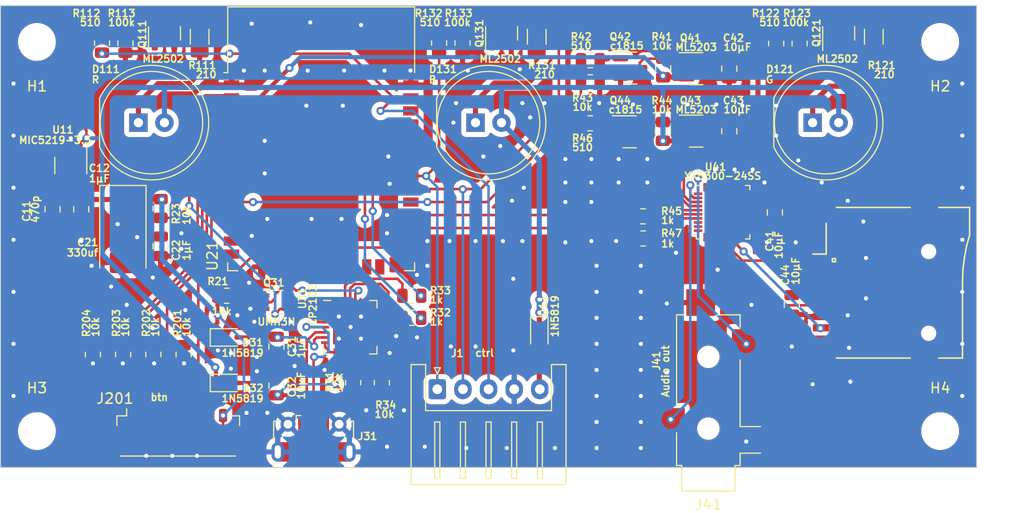
<source format=kicad_pcb>
(kicad_pcb (version 20221018) (generator pcbnew)
  (layers (0 "F.Cu" signal) (31 "B.Cu" signal) (34 "B.Paste" user) (35 "F.Paste" user) (36 "B.SilkS" user "B.Silkscreen") (37 "F.SilkS" user "F.Silkscreen") (38 "B.Mask" user) (39 "F.Mask" user) (44 "Edge.Cuts" user))
  (net 0 "")
  (net 1 "Net-(U11-BP)")
  (net 2 "GND")
  (net 3 "+3.3V")
  (net 4 "/s-en")
  (net 5 "Net-(D31-A)")
  (net 6 "Net-(D32-A)")
  (net 7 "Net-(U41-VCOM)")
  (net 8 "VSDCARD")
  (net 9 "Net-(Q43-D)")
  (net 10 "+5V")
  (net 11 "VCC")
  (net 12 "Net-(D111-K)")
  (net 13 "Net-(D121-K)")
  (net 14 "Net-(D131-K)")
  (net 15 "/led-b")
  (net 16 "/led-g")
  (net 17 "/led-r")
  (net 18 "Net-(J31-D-)")
  (net 19 "Net-(J31-D+)")
  (net 21 "Net-(U41-DACR)")
  (net 22 "Net-(U41-DACL)")
  (net 23 "/btn-r")
  (net 24 "/btn-b")
  (net 25 "/btn-y")
  (net 26 "/btn-g")
  (net 27 "Net-(Q31A-C1)")
  (net 28 "Net-(Q31A-B1)")
  (net 29 "/s-boot")
  (net 30 "Net-(Q41-G)")
  (net 31 "Net-(Q42-B)")
  (net 32 "Net-(Q43-G)")
  (net 33 "Net-(Q44-B)")
  (net 34 "Net-(Q111-G)")
  (net 35 "Net-(Q111-D)")
  (net 36 "Net-(Q121-G)")
  (net 37 "Net-(Q121-D)")
  (net 38 "Net-(Q131-G)")
  (net 39 "Net-(Q131-D)")
  (net 40 "Net-(U31-~{RST})")
  (net 41 "Net-(U31-RXD)")
  (net 42 "/s-tx")
  (net 43 "Net-(U31-TXD)")
  (net 44 "/s-rx")
  (net 45 "Net-(U31-SUSPEND)")
  (net 46 "auden")
  (net 47 "/aud-rx")
  (net 48 "Net-(U41-TX)")
  (net 49 "/aud-tx")
  (net 50 "Net-(U41-RX)")
  (net 96 "/aud-clk")
  (net 97 "/aud-mosi")
  (net 98 "/aud-miso")
  (footprint "Package_TO_SOT_SMD:SOT-23" (layer "F.Cu") (at 93.29 31.562)
    (fp_text reference "Q41")
    (fp_text value "ML5203")
  )
  (footprint "Resistor_SMD:R_0805_2012Metric" (layer "F.Cu") (at 47.4745 53.721)
    (fp_text reference "R21")
    (fp_text value "10k")
  )
  (footprint "Package_TO_SOT_SMD:SOT-363_SC-70-6" (layer "F.Cu") (at 52.263 54.356)
    (fp_text reference "Q31")
    (fp_text value "UMH3N")
  )
  (footprint "Capacitor_SMD:C_0805_2012Metric" (layer "F.Cu") (at 96.5135 37.658 -90)
    (fp_text reference "C43")
    (fp_text value "10μF")
  )
  (footprint "MountingHole:MountingHole_3.2mm_M3" (layer "F.Cu") (at 28.956 66.929)
    (fp_text reference "H3")
    (fp_text value "MountingHole" hide)
  )
  (footprint "Connector_Molex:Molex_PicoBlade_53398-0871_1x08-1MP_P1.25mm_Vertical" (layer "F.Cu") (at 42.742 66.655)
    (fp_text reference "J201")
    (fp_text value "btn")
  )
  (footprint "Connector_USB:USB_Micro-B_Molex-105017-0001" (layer "F.Cu") (at 55.951 67.7235)
    (fp_text reference "J31")
    (fp_text value "USB_B_Micro" hide)
  )
  (footprint "Resistor_SMD:R_1206_3216Metric" (layer "F.Cu") (at 77.724 28.448 -90)
    (fp_text reference "R131")
    (fp_text value "210")
  )
  (footprint "Diode_SMD:D_SOD-323" (layer "F.Cu") (at 77.978 57.37 -90)
    (fp_text reference "D11")
    (fp_text value "1N5819")
  )
  (footprint "Resistor_SMD:R_0805_2012Metric" (layer "F.Cu") (at 35.306 29.083 -90)
    (fp_text reference "R112")
    (fp_text value "510")
  )
  (footprint "Capacitor_SMD:C_0805_2012Metric" (layer "F.Cu") (at 33.2795 45.278 -90)
    (fp_text reference "C12")
    (fp_text value "1μF")
  )
  (footprint "Capacitor_SMD:C_0805_2012Metric" (layer "F.Cu") (at 41.021 48.895 -90)
    (fp_text reference "C22")
    (fp_text value "1μF")
  )
  (footprint "Capacitor_SMD:C_0805_2012Metric" (layer "F.Cu") (at 96.5135 31.562 -90)
    (fp_text reference "C42")
    (fp_text value "10μF")
  )
  (footprint "Diode_SMD:D_SOD-323" (layer "F.Cu") (at 47.4745 62.23)
    (fp_text reference "D32")
    (fp_text value "1N5819")
  )
  (footprint "Capacitor_SMD:C_0805_2012Metric" (layer "F.Cu") (at 52.324 58.674 -90)
    (fp_text reference "C31")
    (fp_text value "1μF")
  )
  (footprint "Resistor_SMD:R_0805_2012Metric" (layer "F.Cu") (at 37.367 59.4595 -90)
    (fp_text reference "R203")
    (fp_text value "10k")
  )
  (footprint "Resistor_SMD:R_0805_2012Metric" (layer "F.Cu") (at 82.9545 32.898)
    (fp_text reference "R43")
    (fp_text value "10k")
  )
  (footprint "Resistor_SMD:R_0805_2012Metric" (layer "F.Cu") (at 40.317 59.4595 -90)
    (fp_text reference "R202")
    (fp_text value "10k")
  )
  (footprint "Capacitor_SMD:C_0805_2012Metric" (layer "F.Cu") (at 100.965 45.593 -90)
    (fp_text reference "C41")
    (fp_text value "10μF")
  )
  (footprint "Package_DFN_QFN:QFN-40-1EP_5x5mm_P0.4mm_EP3.6x3.6mm" (layer "F.Cu") (at 95.9095 45.571)
    (fp_text reference "U41")
    (fp_text value "YX5300-24SS")
  )
  (footprint "Capacitor_SMD:C_0805_2012Metric" (layer "F.Cu") (at 30.48 45.278 -90)
    (fp_text reference "C11")
    (fp_text value "470p")
  )
  (footprint "Resistor_SMD:R_0805_2012Metric" (layer "F.Cu") (at 103.378 29.1065 -90)
    (fp_text reference "R123")
    (fp_text value "100k")
  )
  (footprint "Resistor_SMD:R_0805_2012Metric" (layer "F.Cu") (at 82.948 36.896)
    (fp_text reference "R46")
    (fp_text value "510")
  )
  (footprint "MountingHole:MountingHole_3.2mm_M3" (layer "F.Cu") (at 117.094 66.929)
    (fp_text reference "H4")
    (fp_text value "MountingHole" hide)
  )
  (footprint "Resistor_SMD:R_1206_3216Metric" (layer "F.Cu") (at 110.617 28.448 -90)
    (fp_text reference "R121")
    (fp_text value "210")
  )
  (footprint "Resistor_SMD:R_0805_2012Metric" (layer "F.Cu") (at 88.091 45.974)
    (fp_text reference "R45")
    (fp_text value "1k")
  )
  (footprint "Resistor_SMD:R_0805_2012Metric" (layer "F.Cu") (at 101.092 29.1065 -90)
    (fp_text reference "R122")
    (fp_text value "510")
  )
  (footprint "Resistor_SMD:R_0805_2012Metric" (layer "F.Cu") (at 70.485 29.0595 -90)
    (fp_text reference "R133")
    (fp_text value "100k")
  )
  (footprint "Package_TO_SOT_SMD:SOT-23" (layer "F.Cu") (at 93.29 37.653)
    (fp_text reference "Q43")
    (fp_text value "ML5203")
  )
  (footprint "LED_THT:LED_D10.0mm" (layer "F.Cu") (at 71.75 36.83)
    (fp_text reference "D131")
    (fp_text value "B")
  )
  (footprint "Resistor_SMD:R_0805_2012Metric" (layer "F.Cu") (at 62.611 62.2065 -90)
    (fp_text reference "R34")
    (fp_text value "10k")
  )
  (footprint "Resistor_SMD:R_0805_2012Metric" (layer "F.Cu") (at 37.592 29.083 -90)
    (fp_text reference "R113")
    (fp_text value "100k")
  )
  (footprint "MountingHole:MountingHole_3.2mm_M3" (layer "F.Cu") (at 28.956 28.956)
    (fp_text reference "H1")
    (fp_text value "MountingHole" hide)
  )
  (footprint "Resistor_SMD:R_0805_2012Metric" (layer "F.Cu") (at 68.199 29.0595 -90)
    (fp_text reference "R132")
    (fp_text value "510")
  )
  (footprint "Connector_Audio:Jack_3.5mm_CUI_SJ-3524-SMT_Horizontal" (layer "F.Cu") (at 94.471 64.186 180)
    (fp_text reference "J41")
    (fp_text value "Audio out")
  )
  (footprint "LED_THT:LED_D10.0mm" (layer "F.Cu") (at 38.857 36.83)
    (fp_text reference "D111")
    (fp_text value "R")
  )
  (footprint "Resistor_SMD:R_0805_2012Metric" (layer "F.Cu") (at 59.817 62.2065 -90)
    (fp_text reference "R31")
    (fp_text value "10k")
  )
  (footprint "Resistor_SMD:R_0805_2012Metric" (layer "F.Cu") (at 43.267 59.4595 -90)
    (fp_text reference "R201")
    (fp_text value "10k")
  )
  (footprint "Package_TO_SOT_SMD:SOT-23" (layer "F.Cu") (at 86.843 31.501)
    (fp_text reference "Q42")
    (fp_text value "c1815")
  )
  (footprint "Package_DFN_QFN:QFN-28-1EP_5x5mm_P0.5mm_EP3.35x3.35mm" (layer "F.Cu") (at 59.526 56.793)
    (fp_text reference "U31")
    (fp_text value "CP2102")
  )
  (footprint "Resistor_SMD:R_0805_2012Metric" (layer "F.Cu") (at 34.417 59.4595 -90)
    (fp_text reference "R204")
    (fp_text value "10k")
  )
  (footprint "Resistor_SMD:R_1206_3216Metric" (layer "F.Cu") (at 44.831 28.448 -90)
    (fp_text reference "R111")
    (fp_text value "210")
  )
  (footprint "Resistor_SMD:R_0805_2012Metric" (layer "F.Cu") (at 90.0365 37.6815 -90)
    (fp_text reference "R44")
    (fp_text value "10k")
  )
  (footprint "Resistor_SMD:R_0805_2012Metric" (layer "F.Cu") (at 65.532 55.88)
    (fp_text reference "R32")
    (fp_text value "1k")
  )
  (footprint "Connector_JST:JST_XH_S5B-XH-A_1x05_P2.50mm_Horizontal" (layer "F.Cu") (at 68.025 62.844)
    (fp_text reference "J1")
    (fp_text value "ctrl")
  )
  (footprint "Resistor_SMD:R_0805_2012Metric" (layer "F.Cu") (at 41.021 45.212 -90)
    (fp_text reference "R23")
    (fp_text value "10k")
  )
  (footprint "Package_TO_SOT_SMD:SOT-23" (layer "F.Cu") (at 41.402 28.1155 90)
    (fp_text reference "Q111")
    (fp_text value "ML2502")
  )
  (footprint "Diode_SMD:D_SOD-323" (layer "F.Cu") (at 47.4745 57.785)
    (fp_text reference "D31")
    (fp_text value "1N5819")
  )
  (footprint "microsd:Conn_uSDcard" (layer "F.Cu") (at 115.97 52.454 90)
    (fp_text reference "XS41" hide)
    (fp_text value "SDCARD" hide)
  )
  (footprint "Resistor_SMD:R_0805_2012Metric" (layer "F.Cu") (at 82.9545 30.739)
    (fp_text reference "R42")
    (fp_text value "510")
  )
  (footprint "Capacitor_SMD:C_0805_2012Metric" (layer "F.Cu") (at 102.616 54.61 -90)
    (fp_text reference "C44")
    (fp_text value "10μF")
  )
  (footprint "Resistor_SMD:R_0805_2012Metric" (layer "F.Cu") (at 90.0665 31.501 -90)
    (fp_text reference "R41")
    (fp_text value "10k")
  )
  (footprint "Capacitor_SMD:C_0805_2012Metric" (layer "F.Cu") (at 52.324 62.484 -90)
    (fp_text reference "C32")
    (fp_text value "10μF")
  )
  (footprint "MountingHole:MountingHole_3.2mm_M3" (layer "F.Cu") (at 117.094 28.956)
    (fp_text reference "H2")
    (fp_text value "MountingHole" hide)
  )
  (footprint "Package_TO_SOT_SMD:SOT-23" (layer "F.Cu") (at 107.188 28.1155 90)
    (fp_text reference "Q121")
    (fp_text value "ML2502")
  )
  (footprint "Resistor_SMD:R_0805_2012Metric" (layer "F.Cu") (at 88.1145 48.133)
    (fp_text reference "R47")
    (fp_text value "1k")
  )
  (footprint "Resistor_SMD:R_0805_2012Metric" (layer "F.Cu") (at 65.532 53.721)
    (fp_text reference "R33")
    (fp_text value "1k")
  )
  (footprint "Capacitor_Tantalum_SMD:CP_EIA-7343-20_Kemet-V" (layer "F.Cu") (at 37.338 47.371 -90)
    (fp_text reference "C21")
    (fp_text value "330uf")
  )
  (footprint "RF_Module:ESP32-WROOM-32" (layer "F.Cu") (at 56.688 41.397)
    (fp_text reference "U21")
    (fp_text value "ESP32-WROOM-32" hide)
  )
  (footprint "LED_THT:LED_D10.0mm" (layer "F.Cu") (at 104.648 36.83)
    (fp_text reference "D121")
    (fp_text value "G")
  )
  (footprint "Package_TO_SOT_SMD:SOT-23-5" (layer "F.Cu") (at 32.258 41.021 -90)
    (fp_text reference "U11")
    (fp_text value "MIC5219-3.3")
  )
  (footprint "Package_TO_SOT_SMD:SOT-23" (layer "F.Cu") (at 74.295 28.1155 90)
    (fp_text reference "Q131")
    (fp_text value "ML2502")
  )
  (footprint "Package_TO_SOT_SMD:SOT-23" (layer "F.Cu") (at 86.783 37.724)
    (fp_text reference "Q44")
    (fp_text value "c1815")
  )
  (gr_line (start 120.65 70.485) (end 25.4 70.485) (stroke (width 0.1)) (layer "Edge.Cuts"))
  (gr_line (start 120.65 25.4) (end 120.65 70.485) (stroke (width 0.1)) (layer "Edge.Cuts"))
  (gr_line (start 25.4 70.485) (end 25.4 25.4) (stroke (width 0.1)) (layer "Edge.Cuts"))
  (gr_line (start 25.4 25.4) (end 120.65 25.4) (stroke (width 0.1)) (layer "Edge.Cuts"))
  (gr_text "sigplane-head-v0.1" (at 86.36 69.215 90) (layer "F.Cu") (effects (font (size 1.2 1.2) (thickness 0.25) bold) (justify left bottom)))
  (segment (start 31.308 42.1585) (end 31.308 42.86) (width 0.25) (layer "F.Cu") (net 1))
  (segment (start 30.48 43.688) (end 30.48 44.328) (width 0.25) (layer "F.Cu") (net 1))
  (segment (start 31.308 42.86) (end 30.48 43.688) (width 0.25) (layer "F.Cu") (net 1))
  (segment (start 57.076 56.293) (end 56.388 56.293) (width 0.25) (layer "F.Cu") (net 2))
  (segment (start 91.345 45.371) (end 90.297 44.323) (width 0.25) (layer "F.Cu") (net 2))
  (segment (start 98.347 46.171) (end 99.117 46.171) (width 0.25) (layer "F.Cu") (net 2))
  (segment (start 57.251 66.261) (end 57.251 64.542) (width 0.4) (layer "F.Cu") (net 2))
  (segment (start 56.388 56.293) (end 55.753 55.658) (width 0.25) (layer "F.Cu") (net 2))
  (segment (start 93.472 45.371) (end 91.345 45.371) (width 0.25) (layer "F.Cu") (net 2))
  (segment (start 32.258 39.8835) (end 32.258 38.354) (width 0.4) (layer "F.Cu") (net 2))
  (segment (start 57.251 64.542) (end 57.531 64.262) (width 0.4) (layer "F.Cu") (net 2))
  (segment (start 99.117 46.171) (end 99.695 45.593) (width 0.25) (layer "F.Cu") (net 2))
  (via (at 54.102 59.055) (size 0.8) (drill 0.4) (layers "F.Cu" "B.Cu") (net 2))
  (via (at 38.735 48.006) (size 0.8) (drill 0.4) (layers "F.Cu" "B.Cu") (net 2))
  (via (at 66.04 51.689) (size 0.8) (drill 0.4) (layers "F.Cu" "B.Cu") (net 2))
  (via (at 103.251 40.513) (size 0.8) (drill 0.4) (layers "F.Cu" "B.Cu") (net 2))
  (via (at 75.438 59.055) (size 0.8) (drill 0.4) (layers "F.Cu" "B.Cu") (net 2))
  (via (at 42.164 69.342) (size 0.8) (drill 0.4) (layers "F.Cu" "B.Cu") (net 2))
  (via (at 72.517 40.132) (size 0.8) (drill 0.4) (layers "F.Cu" "B.Cu") (net 2))
  (via (at 108.204 58.801) (size 0.8) (drill 0.4) (layers "F.Cu" "B.Cu") (net 2))
  (via (at 95.25 35.052) (size 0.8) (drill 0.4) (layers "F.Cu" "B.Cu") (net 2))
  (via (at 34.29 50.8) (size 0.8) (drill 0.4) (layers "F.Cu" "B.Cu") (net 2))
  (via (at 61.087 64.897) (size 0.8) (drill 0.4) (layers "F.Cu" "B.Cu") (net 2))
  (via (at 74.422 48.387) (size 0.8) (drill 0.4) (layers "F.Cu" "B.Cu") (net 2))
  (via (at 51.181 38.608) (size 0.8) (drill 0.4) (layers "F.Cu" "B.Cu") (net 2))
  (via (at 109.855 50.038) (size 0.8) (drill 0.4) (layers "F.Cu" "B.Cu") (net 2))
  (via (at 105.537 42.672) (size 0.8) (drill 0.4) (layers "F.Cu" "B.Cu") (net 2))
  (via (at 119.253 63.5) (size 0.8) (drill 0.4) (layers "F.Cu" "B.Cu") (net 2))
  (via (at 26.67 53.34) (size 0.8) (drill 0.4) (layers "F.Cu" "B.Cu") (net 2))
  (via (at 54.102 60.579) (size 0.8) (drill 0.4) (layers "F.Cu" "B.Cu") (net 2))
  (via (at 63.119 47.625) (size 0.8) (drill 0.4) (layers "F.Cu" "B.Cu") (net 2))
  (via (at 67.056 48.387) (size 0.8) (drill 0.4) (layers "F.Cu" "B.Cu") (net 2))
  (via (at 46.609 59.055) (size 0.8) (drill 0.4) (layers "F.Cu" "B.Cu") (net 2))
  (via (at 83.566 58.42) (size 0.8) (drill 0.4) (layers "F.Cu" "B.Cu") (net 2))
  (via (at 55.372 31.75) (size 0.8) (drill 0.4) (layers "F.Cu" "B.Cu") (net 2))
  (via (at 108.331 62.103) (size 0.8) (drill 0.4) (layers "F.Cu" "B.Cu") (net 2))
  (via (at 74.168 39.116) (size 0.8) (drill 0.4) (layers "F.Cu" "B.Cu") (net 2))
  (via (at 50.419 61.087) (size 0.8) (drill 0.4) (layers "F.Cu" "B.Cu") (net 2))
  (via (at 85.471 48.387) (size 0.8) (drill 0.4) (layers "F.Cu" "B.Cu") (net 2))
  (via (at 87.884 55.88) (size 0.8) (drill 0.4) (layers "F.Cu" "B.Cu") (net 2))
  (via (at 83.058 48.387) (size 0.8) (drill 0.4) (layers "F.Cu" "B.Cu") (net 2))
  (via (at 80.518 40.386) (size 0.8) (drill 0.4) (layers "F.Cu" "B.Cu") (net 2))
  (via (at 83.82 34.925) (size 0.8) (drill 0.4) (layers "F.Cu" "B.Cu") (net 2))
  (via (at 65.405 31.75) (size 0.8) (drill 0.4) (layers "F.Cu" "B.Cu") (net 2))
  (via (at 74.803 68.58) (size 0.8) (drill 0.4) (layers "F.Cu" "B.Cu") (net 2))
  (via (at 80.518 48.514) (size 0.8) (drill 0.4) (layers "F.Cu" "B.Cu") (net 2))
  (via (at 49.657 52.451) (size 0.8) (drill 0.4) (layers "F.Cu" "B.Cu") (net 2))
  (via (at 101.092 38.1) (size 0.8) (drill 0.4) (layers "F.Cu" "B.Cu") (net 2))
  (via (at 37.719 54.61) (size 0.8) (drill 0.4) (layers "F.Cu" "B.Cu") (net 2))
  (via (at 83.566 63.5) (size 0.8) (drill 0.4) (layers "F.Cu" "B.Cu") (net 2))
  (via (at 119.253 43.18) (size 0.8) (drill 0.4) (layers "F.Cu" "B.Cu") (net 2))
  (via (at 87.884 60.96) (size 0.8) (drill 0.4) (layers "F.Cu" "B.Cu") (net 2))
  (via (at 104.648 62.357) (size 0.8) (drill 0.4) (layers "F.Cu" "B.Cu") (net 2))
  (via (at 108.077 44.45) (size 0.8) (drill 0.4) (layers "F.Cu" "B.Cu") (net 2))
  (via (at 87.884 68.58) (size 0.8) (drill 0.4) (layers "F.Cu" "B.Cu") (net 2))
  (via (at 49.149 31.75) (size 0.8) (drill 0.4) (layers "F.Cu" "B.Cu") (net 2))
  (via (at 50.419 59.69) (size 0.8) (drill 0.4) (layers "F.Cu" "B.Cu") (net 2))
  (via (at 66.04 57.785) (size 0.8) (drill 0.4) (layers "F.Cu" "B.Cu") (net 2))
  (via (at 80.518 42.672) (size 0.8) (drill 0.4) (layers "F.Cu" "B.Cu") (net 2))
  (via (at 55.245 35.179) (size 0.8) (drill 0.4) (layers "F.Cu" "B.Cu") (net 2))
  (via (at 90.424 61.214) (size 0.8) (drill 0.4) (layers "F.Cu" "B.Cu") (net 2))
  (via (at 57.023 60.96) (size 0.8) (drill 0.4) (layers "F.Cu" "B.Cu") (net 2))
  (via (at 71.755 48.387) (size 0.8) (drill 0.4) (layers "F.Cu" "B.Cu") (net 2))
  (via (at 76.454 43.18) (size 0.8) (drill 0.4) (layers "F.Cu" "B.Cu") (net 2))
  (via (at 26.67 38.1) (size 0.8) (drill 0.4) (layers "F.Cu" "B.Cu") (net 2))
  (via (at 119.253 58.42) (size 0.8) (drill 0.4) (layers "F.Cu" "B.Cu") (net 2))
  (via (at 76.327 34.925) (size 0.8) (drill 0.4) (layers "F.Cu" "B.Cu") (net 2))
  (via (at 63.119 45.847) (size 0.8) (drill 0.4) (layers "F.Cu" "B.Cu") (net 2))
  (via (at 55.626 27.051) (size 0.8) (drill 0.4) (layers "F.Cu" "B.Cu") (net 2))
  (via (at 95.377 51.181) (size 0.8) (drill 0.4) (layers "F.Cu" "B.Cu") (net 2))
  (via (at 92.456 35.052) (size 0.8) (drill 0.4) (layers "F.Cu" "B.Cu") (net 2))
  (via (at 70.866 68.58) (size 0.8) (drill 0.4) (layers "F.Cu" "B.Cu") (net 2))
  (via (at 98.679 54.61) (size 0.8) (drill 0.4) (layers "F.Cu" "B.Cu") (net 2))
  (via (at 39.624 69.342) (size 0.8) (drill 0.4) (layers "F.Cu" "B.Cu") (net 2))
  (via (at 83.058 42.672) (size 0.8) (drill 0.4) (layers "F.Cu" "B.Cu") (net 2))
  (via (at 91.313 49.53) (size 0.8) (drill 0.4) (layers "F.Cu" "B.Cu") (net 2))
  (via (at 83.566 53.34) (size 0.8) (drill 0.4) (layers "F.Cu" "B.Cu") (net 2))
  (via (at 102.616 58.674) (size 0.8) (drill 0.4) (layers "F.Cu" "B.Cu") (net 2))
  (via (at 78.486 34.925) (size 0.8) (drill 0.4) (layers "F.Cu" "B.Cu") (net 2))
  (via (at 60.579 27.305) (size 0.8) (drill 0.4) (layers "F.Cu" "B.Cu") (net 2))
  (via (at 83.566 55.88) (size 0.8) (drill 0.4) (layers "F.Cu" "B.Cu") (net 2))
  (via (at 100.203 48.514) (size 0.8) (drill 0.4) (layers "F.Cu" "B.Cu") (net 2))
  (via (at 58.42 55.753) (size 0.8) (drill 0.4) (layers "F.Cu" "B.Cu") (net 2))
  (via (at 59.563 56.769) (size 0.8) (drill 0.4) (layers "F.Cu" "B.Cu") (net 2))
  (via (at 69.215 48.387) (size 0.8) (drill 0.4) (layers "F.Cu" "B.Cu") (net 2))
  (via (at 26.67 43.18) (size 0.8) (drill 0.4) (layers "F.Cu" "B.Cu") (net 2))
  (via (at 26.67 58.42) (size 0.8) (drill 0.4) (layers "F.Cu" "B.Cu") (net 2))
  (via (at 58.42 57.912) (size 0.8) (drill 0.4) (layers "F.Cu" "B.Cu") (net 2))
  (via (at 79.502 68.58) (size 0.8) (drill 0.4) (layers "F.Cu" "B.Cu") (net 2))
  (via (at 109.855 53.975) (size 0.8) (drill 0.4) (layers "F.Cu" "B.Cu") (net 2))
  (via (at 108.077 55.626) (size 0.8) (drill 0.4) (layers "F.Cu" "B.Cu") (net 2))
  (via (at 43.307 60.325) (size 0.8) (drill 0.4) (layers "F.Cu" "B.Cu") (net 2))
  (via (at 32.258 38.354) (size 0.8) (drill 0.4) (layers "F.Cu" "B.Cu") (net 2))
  (via (at 85.725 42.672) (size 0.8) (drill 0.4) (layers "F.Cu" "B.Cu") (net 2))
  (via (at 44.577 69.342) (size 0.8) (drill 0.4) (layers "F.Cu" "B.Cu") (net 2))
  (via (at 62.865 31.75) (size 0.8) (drill 0.4) (layers "F.Cu" "B.Cu") (net 2))
  (via (at 51.181 41.783) (size 0.8) (drill 0.4) (layers "F.Cu" "B.Cu") (net 2))
  (via (at 69.85 34.925) (size 0.8) (drill 0.4) (layers "F.Cu" "B.Cu") (net 2))
  (via (at 60.579 57.912) (size 0.8) (drill 0.4) (layers "F.Cu" "B.Cu") (net 2))
  (via (at 49.403 65.151) (size 0.8) (drill 0.4) (layers "F.Cu" "B.Cu") (net 2))
  (via (at 47.879 59.309) (size 0.8) (drill 0.4) (layers "F.Cu" "B.Cu") (net 2))
  (via (at 109.601 46.482) (size 0.8) (drill 0.4) (layers "F.Cu" "B.Cu") (net 2))
  (via (at 40.259 56.896) (size 0.8) (drill 0.4) (layers "F.Cu" "B.Cu") (net 2))
  (via (at 71.755 58.674) (size 0.8) (drill 0.4) (layers "F.Cu" "B.Cu") (net 2))
  (via (at 34.417 60.325) (size 0.8) (drill 0.4) (layers "F.Cu" "B.Cu") (net 2))
  (via (at 49.911 47.879) (size 0.8) (drill 0.4) (layers "F.Cu" "B.Cu") (net 2))
  (via (at 87.884 58.42) (size 0.8) (drill 0.4) (layers "F.Cu" "B.Cu") (net 2))
  (via (at 50.165 56.261) (size 0.8) (drill 0.4) (layers "F.Cu" "B.Cu") (net 2))
  (via (at 83.058 40.386) (size 0.8) (drill 0.4) (layers "F.Cu" "B.Cu") (net 2))
  (via (at 53.721 56.261) (size 0.8) (drill 0.4) (layers "F.Cu" "B.Cu") (net 2))
  (via (at 26.67 63.5) (size 0.8) (drill 0.4) (layers "F.Cu" "B.Cu") (net 2))
  (via (at 87.884 66.04) (size 0.8) (drill 0.4) (layers "F.Cu" "B.Cu") (net 2))
  (via (at 40.386 60.325) (size 0.8) (drill 0.4) (layers "F.Cu" "B.Cu") (net 2))
  (via (at 77.089 36.322) (size 0.8) (drill 0.4) (layers "F.Cu" "B.Cu") (net 2))
  (via (at 97.028 41.402) (size 0.8) (drill 0.4) (layers "F.Cu" "B.Cu") (net 2))
  (via (at 67.056 50.8) (size 0.8) (drill 0.4) (layers "F.Cu" "B.Cu") (net 2))
  (via (at 99.949 42.672) (size 0.8) (drill 0.4) (layers "F.Cu" "B.Cu") (net 2))
  (via (at 51.435 65.151) (size 0.8) (drill 0.4) (layers "F.Cu" "B.Cu") (net 2))
  (via (at 98.806 41.402) (size 0.8) (drill 0.4) (layers "F.Cu" "B.Cu") (net 2))
  (via (at 88.519 40.386) (size 0.8) (drill 0.4) (layers "F.Cu" "B.Cu") (net 2))
  (via (at 76.327 48.387) (size 0.8) (drill 0.4) (layers "F.Cu" "B.Cu") (net 2))
  (via (at 66.802 68.453) (size 0.8) (drill 0.4) (layers "F.Cu" "B.Cu") (net 2))
  (via (at 87.122 35.052) (size 0.8) (drill 0.4) (layers "F.Cu" "B.Cu") (net 2))
  (via (at 43.053 47.625) (size 0.8) (drill 0.4) (layers "F.Cu" "B.Cu") (net 2))
  (via (at 80.518 44.577) (size 0.8) (drill 0.4) (layers "F.Cu" "B.Cu") (net 2))
  (via (at 33.274 48.387) (size 0.8) (drill 0.4) (layers "F.Cu" "B.Cu") (net 2))
  (via (at 97.79 35.179) (size 0.8) (drill 0.4) (layers "F.Cu" "B.Cu") (net 2))
  (via (at 63.119 68.453) (size 0.8) (drill 0.4) (layers "F.Cu" "B.Cu") (net 2))
  (via (at 37.338 60.325) (size 0.8) (drill 0.4) (layers "F.Cu" "B.Cu") (net 2))
  (via (at 88.519 42.672) (size 0.8) (drill 0.4) (layers "F.Cu" "B.Cu") (net 2))
  (via (at 90.424 54.483) (size 0.8) (drill 0.4) (layers "F.Cu" "B.Cu") (net 2))
  (via (at 98.171 67.945) (size 0.8) (drill 0.4) (layers "F.Cu" "B.Cu") (net 2))
  (via (at 87.884 50.8) (size 0.8) (drill 0.4) (layers "F.Cu" "B.Cu") (net 2))
  (via (at 43.434 55.118) (size 0.8) (drill 0.4) (layers "F.Cu" "B.Cu") (net 2))
  (via (at 119.253 48.26) (size 0.8) (drill 0.4) (layers "F.Cu" "B.Cu") (net 2))
  (via (at 119.253 33.02) (size 0.8) (drill 0.4) (layers "F.Cu" "B.Cu") (net 2))
  (via (at 83.566 50.8) (size 0.8) (drill 0.4) (layers "F.Cu" "B.Cu") (net 2))
  (via (at 83.058 44.577) (size 0.8) (drill 0.4) (layers "F.Cu" "B.Cu") (net 2))
  (via (at 36.83 46.736) (size 0.8) (drill 0.4) (layers "F.Cu" "B.Cu") (net 2))
  (via (at 75.311 44.45) (size 0.8) (drill 0.4) (layers "F.Cu" "B.Cu") (net 2))
  (via (at 60.579 55.753) (size 0.8) (drill 0.4) (layers "F.Cu" "B.Cu") (net 2))
  (via (at 83.566 66.04) (size 0.8) (drill 0.4) (layers "F.Cu" "B.Cu") (net 2))
  (via (at 119.253 53.34) (size 0.8) (drill 0.4) (layers "F.Cu" "B.Cu") (net 2))
  (via (at 36.195 52.832) (size 0.8) (drill 0.4) (layers "F.Cu" "B.Cu") (net 2))
  (via (at 47.879 60.833) (size 0.8) (drill 0.4) (layers "F.Cu" "B.Cu") (net 2))
  (via (at 43.053 49.149) (size 0.8) (drill 0.4) (layers "F.Cu" "B.Cu") (net 2))
  (via (at 63.373 42.799) (size 0.8) (drill 0.4) (layers "F.Cu" "B.Cu") (net 2))
  (via (at 40.259 51.943) (size 0.8) (drill 0.4) (layers "F.Cu" "B.Cu") (net 2))
  (via (at 83.566 68.58) (size 0.8) (drill 0.4) (layers "F.Cu" "B.Cu") (net 2))
  (via (at 58.801 35.179) (size 0.8) (drill 0.4) (layers "F.Cu" "B.Cu") (net 2))
  (via (at 64.008 57.658) (size 0.8) (drill 0.4) (layers "F.Cu" "B.Cu") (net 2))
  (via (at 58.674 46.228) (size 0.8) (drill 0.4) (layers "F.Cu" "B.Cu") (net 2))
  (via (at 70.993 31.75) (size 0.8) (drill 0.4) (layers "F.Cu" "B.Cu") (net 2))
  (via (at 87.884 53.34) (size 0.8) (drill 0.4) (layers "F.Cu" "B.Cu") (net 2))
  (via (at 85.725 40.386) (size 0.8) (drill 0.4) (layers "F.Cu" "B.Cu") (net 2))
  (via (at 58.928 31.75) (size 0.8) (drill 0.4) (layers "F.Cu" "B.Cu") (net 2))
  (via (at 26.67 33.02) (size 0.8) (drill 0.4) (layers "F.Cu" "B.Cu") (net 2))
  (via (at 119.253 38.1) (size 0.8) (drill 0.4) (layers "F.Cu" "B.Cu") (net 2))
  (via (at 102.997 48.514) (size 0.8) (drill 0.4) (layers "F.Cu" "B.Cu") (net 2))
  (via (at 51.181 31.75) (size 0.8) (drill 0.4) (layers "F.Cu" "B.Cu") (net 2))
  (via (at 49.911 27.178) (size 0.8) (drill 0.4) (layers "F.Cu" "B.Cu") (net 2))
  (via (at 64.77 64.897) (size 0.8) (drill 0.4) (layers "F.Cu" "B.Cu") (net 2))
  (via (at 69.342 58.674) (size 0.8) (drill 0.4) (layers "F.Cu" "B.Cu") (net 2))
  (via (at 101.092 35.179) (size 0.8) (drill 0.4) (layers "F.Cu" "B.Cu") (net 2))
  (via (at 55.753 46.228) (size 0.8) (drill 0.4) (layers "F.Cu" "B.Cu") (net 2))
  (via (at 76.073 31.623) (size 0.8) (drill 0.4) (layers "F.Cu" "B.Cu") (net 2))
  (via (at 49.784 54.991) (size 0.8) (drill 0.4) (layers "F.Cu" "B.Cu") (net 2))
  (via (at 51.435 46.228) (size 0.8) (drill 0.4) (layers "F.Cu" "B.Cu") (net 2))
  (via (at 26.67 48.26) (size 0.8) (drill 0.4) (layers "F.Cu" "B.Cu") (net 2))
  (via (at 69.596 36.83) (size 0.8) (drill 0.4) (layers "F.Cu" "B.Cu") (net 2))
  (via (at 83.566 60.96) (size 0.8) (drill 0.4) (layers "F.Cu" "B.Cu") (net 2))
  (via (at 95.123 41.402) (size 0.8) (drill 0.4) (layers "F.Cu" "B.Cu") (net 2))
  (via (at 48.514 55.626) (size 0.8) (drill 0.4) (layers "F.Cu" "B.Cu") (net 2))
  (via (at 63.373 59.309) (size 0.8) (drill 0.4) (layers "F.Cu" "B.Cu") (net 2))
  (via (at 75.438 52.07) (size 0.8) (drill 0.4) (layers "F.Cu" "B.Cu") (net 2))
  (via (at 63.246 40.132) (size 0.8) (drill 0.4) (layers "F.Cu" "B.Cu") (net 2))
  (via (at 87.884 63.5) (size 0.8) (drill 0.4) (layers "F.Cu" "B.Cu") (net 2))
  (segment (start 39.624 65.412) (end 39.624 66.802) (width 0.25) (layer "F.Cu") (net 3))
  (segment (start 39.624 66.802) (end 40.132 67.31) (width 0.25) (layer "F.Cu") (net 3))
  (segment (start 33.208 44.2565) (end 33.2795 44.328) (width 0.4) (layer "F.Cu") (net 3))
  (segment (start 41.148 44.323) (end 41.148 44.4265) (width 0.5) (layer "F.Cu") (net 3))
  (segment (start 37.2685 44.328) (end 37.338 44.2585) (width 0.5) (layer "F.Cu") (net 3))
  (segment (start 44.45 37.973) (end 42.4815 39.9415) (width 0.75) (layer "F.Cu") (net 3))
  (segment (start 42.117 65.405) (end 42.117 67.263) (width 0.25) (layer "F.Cu") (net 3))
  (segment (start 44.45 35.433) (end 44.45 37.973) (width 0.75) (layer "F.Cu") (net 3))
  (segment (start 46.562 55.579) (end 46.609 55.626) (width 0.4) (layer "F.Cu") (net 3))
  (segment (start 37.338 41.656) (end 37.338 44.2585) (width 0.75) (layer "F.Cu") (net 3))
  (segment (start 46.562 56.3775) (end 46.4245 56.515) (width 0.4) (layer "F.Cu") (net 3))
  (segment (start 37.338 44.2585) (end 40.98 44.2585) (width 0.5) (layer "F.Cu") (net 3))
  (segment (start 92.3525 32.512) (end 91.186 32.512) (width 0.5) (layer "F.Cu") (net 3))
  (segment (start 42.117 67.263) (end 42.164 67.31) (width 0.25) (layer "F.Cu") (net 3))
  (segment (start 44.617 67.223) (end 44.704 67.31) (width 0.25) (layer "F.Cu") (net 3))
  (segment (start 40.98 44.2585) (end 41.0445 44.323) (width 0.5) (layer "F.Cu") (net 3))
  (segment (start 47.117 65.405) (end 47.117 66.802) (width 0.25) (layer "F.Cu") (net 3))
  (segment (start 50.673 34.417) (end 53.594 31.496) (width 0.4) (layer "F.Cu") (net 3))
  (segment (start 39.617 65.405) (end 39.624 65.412) (width 0.25) (layer "F.Cu") (net 3))
  (segment (start 39.0525 39.9415) (end 37.338 41.656) (width 0.75) (layer "F.Cu") (net 3))
  (segment (start 44.617 65.405) (end 44.617 67.223) (width 0.25) (layer "F.Cu") (net 3))
  (segment (start 46.609 67.31) (end 44.704 67.31) (width 0.25) (layer "F.Cu") (net 3))
  (segment (start 46.562 55.673) (end 46.562 56.3775) (width 0.4) (layer "F.Cu") (net 3))
  (segment (start 90.043 32.258) (end 91.0875 32.4135) (width 0.5) (layer "F.Cu") (net 3))
  (segment (start 47.938 34.417) (end 50.673 34.417) (width 0.4) (layer "F.Cu") (net 3))
  (segment (start 41.0445 44.323) (end 41.148 44.323) (width 0.5) (layer "F.Cu") (net 3))
  (segment (start 41.148 44.4265) (end 41.021 44.2995) (width 0.5) (layer "F.Cu") (net 3))
  (segment (start 46.609 55.626) (end 46.562 55.673) (width 0.4) (layer "F.Cu") (net 3))
  (segment (start 47.117 66.802) (end 46.609 67.31) (width 0.25) (layer "F.Cu") (net 3))
  (segment (start 90.0665 32.4135) (end 90.043 32.258) (width 0.5) (layer "F.Cu") (net 3))
  (segment (start 33.2795 44.328) (end 37.2685 44.328) (width 0.5) (layer "F.Cu") (net 3))
  (segment (start 46.4245 56.515) (end 46.4245 57.785) (width 0.4) (layer "F.Cu") (net 3))
  (segment (start 42.4815 39.9415) (end 39.0525 39.9415) (width 0.75) (layer "F.Cu") (net 3))
  (segment (start 91.0875 32.4135) (end 91.186 32.512) (width 0.5) (layer "F.Cu") (net 3))
  (segment (start 42.164 67.31) (end 44.704 67.31) (width 0.25) (layer "F.Cu") (net 3))
  (segment (start 47.938 34.417) (end 45.466 34.417) (width 0.75) (layer "F.Cu") (net 3))
  (segment (start 40.132 67.31) (end 42.164 67.31) (width 0.25) (layer "F.Cu") (net 3))
  (segment (start 46.562 53.721) (end 46.562 55.579) (width 0.4) (layer "F.Cu") (net 3))
  (segment (start 33.208 42.1585) (end 33.208 44.2565) (width 0.4) (layer "F.Cu") (net 3))
  (segment (start 45.466 34.417) (end 44.45 35.433) (width 0.75) (layer "F.Cu") (net 3))
  (via (at 41.148 44.323) (size 0.8) (drill 0.4) (layers "F.Cu" "B.Cu") (net 3))
  (via (at 47.117 65.405) (size 0.8) (drill 0.4) (layers "F.Cu" "B.Cu") (net 3))
  (via (at 53.594 31.496) (size 0.8) (drill 0.4) (layers "F.Cu" "B.Cu") (net 3))
  (via (at 46.609 55.626) (size 0.8) (drill 0.4) (layers "F.Cu" "B.Cu") (net 3))
  (via (at 90.043 32.258) (size 0.8) (drill 0.4) (layers "F.Cu" "B.Cu") (net 3))
  (segment (start 47.117 65.405) (end 49.149 63.373) (width 0.25) (layer "B.Cu") (net 3))
  (segment (start 41.148 50.165) (end 46.609 55.626) (width 0.5) (layer "B.Cu") (net 3))
  (segment (start 90.043 32.258) (end 88.227 30.442) (width 0.4) (layer "B.Cu") (net 3))
  (segment (start 88.227 30.442) (end 54.648 30.442) (width 0.4) (layer "B.Cu") (net 3))
  (segment (start 41.148 44.323) (end 41.148 50.165) (width 0.5) (layer "B.Cu") (net 3))
  (segment (start 49.149 58.166) (end 46.609 55.626) (width 0.25) (layer "B.Cu") (net 3))
  (segment (start 54.648 30.442) (end 53.594 31.496) (width 0.4) (layer "B.Cu") (net 3))
  (segment (start 49.149 63.373) (end 49.149 58.166) (width 0.25) (layer "B.Cu") (net 3))
  (segment (start 43.815 44.958) (end 42.672 46.101) (width 0.25) (layer "F.Cu") (net 4))
  (segment (start 45.5295 36.5125) (end 45.5295 38.481) (width 0.25) (layer "F.Cu") (net 4))
  (segment (start 47.938 35.687) (end 46.355 35.687) (width 0.25) (layer "F.Cu") (net 4))
  (segment (start 41.021 47.945) (end 41.021 46.1245) (width 0.25) (layer "F.Cu") (net 4))
  (segment (start 52.69 55.006) (end 52.197 55.499) (width 0.25) (layer "F.Cu") (net 4))
  (segment (start 42.672 46.101) (end 42.6485 46.1245) (width 0.25) (layer "F.Cu") (net 4))
  (segment (start 42.6485 46.1245) (end 41.021 46.1245) (width 0.25) (layer "F.Cu") (net 4))
  (segment (start 53.213 55.006) (end 52.69 55.006) (width 0.25) (layer "F.Cu") (net 4))
  (segment (start 45.5295 38.481) (end 43.815 40.1955) (width 0.25) (layer "F.Cu") (net 4))
  (segment (start 46.355 35.687) (end 45.5295 36.5125) (width 0.25) (layer "F.Cu") (net 4))
  (segment (start 43.815 40.1955) (end 43.815 44.958) (width 0.25) (layer "F.Cu") (net 4))
  (via (at 43.815 44.958) (size 0.8) (drill 0.4) (layers "F.Cu" "B.Cu") (net 4))
  (via (at 52.197 55.499) (size 0.8) (drill 0.4) (layers "F.Cu" "B.Cu") (net 4))
  (segment (start 43.815 44.958) (end 52.197 53.34) (width 0.25) (layer "B.Cu") (net 4))
  (segment (start 52.197 55.499) (end 52.197 53.34) (width 0.25) (layer "B.Cu") (net 4))
  (segment (start 52.451 57.785) (end 52.385 57.724) (width 0.4) (layer "F.Cu") (net 5))
  (segment (start 56.007 58.674) (end 56.007 58.040396) (width 0.25) (layer "F.Cu") (net 5))
  (segment (start 56.007 58.040396) (end 56.254396 57.793) (width 0.25) (layer "F.Cu") (net 5))
  (segment (start 52.324 57.724) (end 52.263 57.724) (width 0.4) (layer "F.Cu") (net 5))
  (segment (start 57.076 57.793) (end 56.254396 57.793) (width 0.25) (layer "F.Cu") (net 5))
  (segment (start 52.385 57.724) (end 50.353 57.724) (width 0.4) (layer "F.Cu") (net 5))
  (segment (start 56.134 58.674) (end 55.88 58.674) (width 0.25) (layer "F.Cu") (net 5))
  (segment (start 52.263 57.724) (end 52.451 57.785) (width 0.4) (layer "F.Cu") (net 5))
  (segment (start 48.5245 57.785) (end 50.292 57.785) (width 0.4) (layer "F.Cu") (net 5))
  (segment (start 50.353 57.724) (end 50.292 57.785) (width 0.4) (layer "F.Cu") (net 5))
  (via (at 52.451 57.785) (size 0.8) (drill 0.4) (layers "F.Cu" "B.Cu") (net 5))
  (via (at 56.007 58.674) (size 0.8) (drill 0.4) (layers "F.Cu" "B.Cu") (net 5))
  (segment (start 56.007 58.674) (end 55.118 57.785) (width 0.25) (layer "B.Cu") (net 5))
  (segment (start 55.118 57.785) (end 52.451 57.785) (width 0.25) (layer "B.Cu") (net 5))
  (segment (start 58.039 62.357) (end 58.801 63.119) (width 0.25) (layer "F.Cu") (net 6))
  (segment (start 54.29 63.434) (end 52.512 63.434) (width 0.4) (layer "F.Cu") (net 6))
  (segment (start 54.651 63.795) (end 54.29 63.434) (width 0.4) (layer "F.Cu") (net 6))
  (segment (start 48.5245 62.23) (end 49.657 62.23) (width 0.4) (layer "F.Cu") (net 6))
  (segment (start 50.861 63.434) (end 52.324 63.434) (width 0.4) (layer "F.Cu") (net 6))
  (segment (start 57.592 59.243) (end 57.076 58.727) (width 0.25) (layer "F.Cu") (net 6))
  (segment (start 49.657 62.23) (end 50.861 63.434) (width 0.4) (layer "F.Cu") (net 6))
  (segment (start 52.512 63.434) (end 52.451 63.373) (width 0.4) (layer "F.Cu") (net 6))
  (segment (start 58.026 59.243) (end 57.592 59.243) (width 0.25) (layer "F.Cu") (net 6))
  (segment (start 58.026 59.243) (end 58.026 62.344) (width 0.25) (layer "F.Cu") (net 6))
  (segment (start 58.026 62.344) (end 58.039 62.357) (width 0.25) (layer "F.Cu") (net 6))
  (segment (start 57.076 58.727) (end 57.076 58.293) (width 0.25) (layer "F.Cu") (net 6))
  (segment (start 52.39 63.434) (end 52.324 63.434) (width 0.4) (layer "F.Cu") (net 6))
  (segment (start 54.651 66.261) (end 54.651 63.795) (width 0.4) (layer "F.Cu") (net 6))
  (segment (start 58.801 63.119) (end 59.817 63.119) (width 0.25) (layer "F.Cu") (net 6))
  (segment (start 52.451 63.373) (end 52.39 63.434) (width 0.4) (layer "F.Cu") (net 6))
  (via (at 58.039 62.357) (size 0.8) (drill 0.4) (layers "F.Cu" "B.Cu") (net 6))
  (via (at 52.451 63.373) (size 0.8) (drill 0.4) (layers "F.Cu" "B.Cu") (net 6))
  (segment (start 58.039 62.357) (end 53.467 62.357) (width 0.25) (layer "B.Cu") (net 6))
  (segment (start 53.467 62.357) (end 52.451 63.373) (width 0.25) (layer "B.Cu") (net 6))
  (segment (start 99.667 46.571) (end 99.695 46.543) (width 0.25) (layer "F.Cu") (net 7))
  (segment (start 98.347 46.571) (end 99.667 46.571) (width 0.25) (layer "F.Cu") (net 7))
  (segment (start 99.695 46.543) (end 100.965 46.543) (width 0.25) (layer "F.Cu") (net 7))
  (segment (start 103.378 43.942) (end 99.314 39.878) (width 0.5) (layer "F.Cu") (net 8))
  (segment (start 94.107 39.878) (end 99.314 39.878) (width 0.25) (layer "F.Cu") (net 8))
  (segment (start 104.053 53.554) (end 103.947 53.66) (width 0.5) (layer "F.Cu") (net 8))
  (segment (start 98.166 30.612) (end 96.5135 30.612) (width 0.5) (layer "F.Cu") (net 8))
  (segment (start 105.47 53.554) (end 106.974 53.554) (width 0.5) (layer "F.Cu") (net 8))
  (segment (start 105.47 53.554) (end 104.053 53.554) (width 0.5) (layer "F.Cu") (net 8))
  (segment (start 98.171 30.607) (end 98.166 30.612) (width 0.5) (layer "F.Cu") (net 8))
  (segment (start 106.974 53.554) (end 107.823 52.705) (width 0.5) (layer "F.Cu") (net 8))
  (segment (start 106.553 47.879) (end 104.521 47.879) (width 0.5) (layer "F.Cu") (net 8))
  (segment (start 93.472 44.571) (end 92.704 44.571) (width 0.25) (layer "F.Cu") (net 8))
  (segment (start 92.075 43.942) (end 92.075 41.91) (width 0.25) (layer "F.Cu") (net 8))
  (segment (start 94.2275 31.562) (end 94.2275 30.9945) (width 0.5) (layer "F.Cu") (net 8))
  (segment (start 103.947 53.66) (end 102.616 53.66) (width 0.5) (layer "F.Cu") (net 8))
  (segment (start 104.521 47.879) (end 103.378 46.736) (width 0.5) (layer "F.Cu") (net 8))
  (segment (start 99.314 39.878) (end 99.314 31.75) (width 0.5) (layer "F.Cu") (net 8))
  (segment (start 94.2275 30.9945) (end 94.615 30.607) (width 0.5) (layer "F.Cu") (net 8))
  (segment (start 96.5085 30.607) (end 96.5135 30.612) (width 0.5) (layer "F.Cu") (net 8))
  (segment (start 103.378 46.736) (end 103.378 43.942) (width 0.5) (layer "F.Cu") (net 8))
  (segment (start 92.704 44.571) (end 92.075 43.942) (width 0.25) (layer "F.Cu") (net 8))
  (segment (start 94.615 30.607) (end 96.5085 30.607) (width 0.5) (layer "F.Cu") (net 8))
  (segment (start 92.075 41.91) (end 94.107 39.878) (width 0.25) (layer "F.Cu") (net 8))
  (segment (start 107.823 49.149) (end 106.553 47.879) (width 0.5) (layer "F.Cu") (net 8))
  (segment (start 99.314 31.75) (end 98.171 30.607) (width 0.5) (layer "F.Cu") (net 8))
  (segment (start 107.823 52.705) (end 107.823 49.149) (width 0.5) (layer "F.Cu") (net 8))
  (segment (start 94.483 36.708) (end 94.2275 36.9635) (width 0.5) (layer "F.Cu") (net 9))
  (segment (start 91.694 44.082026) (end 91.694 41.656) (width 0.25) (layer "F.Cu") (net 9))
  (segment (start 96.5135 36.708) (end 94.483 36.708) (width 0.5) (layer "F.Cu") (net 9))
  (segment (start 94.2275 36.9635) (end 94.2275 37.653) (width 0.5) (layer "F.Cu") (net 9))
  (segment (start 94.2275 39.1225) (end 94.2275 37.653) (width 0.25) (layer "F.Cu") (net 9))
  (segment (start 92.582974 44.971) (end 91.694 44.082026) (width 0.25) (layer "F.Cu") (net 9))
  (segment (start 91.694 41.656) (end 94.2275 39.1225) (width 0.25) (layer "F.Cu") (net 9))
  (segment (start 93.472 44.971) (end 92.582974 44.971) (width 0.25) (layer "F.Cu") (net 9))
  (segment (start 33.208 38.928) (end 33.782 38.354) (width 0.4) (layer "F.Cu") (net 10))
  (segment (start 31.623 37.338) (end 33.528 37.338) (width 0.25) (layer "F.Cu") (net 10))
  (segment (start 90.043 38.608) (end 90.0505 38.608) (width 0.5) (layer "F.Cu") (net 10))
  (segment (start 46.4245 60.7755) (end 46.355 60.706) (width 0.4) (layer "F.Cu") (net 10))
  (segment (start 90.0455 38.603) (end 90.043 38.6005) (width 0.5) (layer "F.Cu") (net 10))
  (segment (start 31.308 37.653) (end 31.623 37.338) (width 0.25) (layer "F.Cu") (net 10))
  (segment (start 31.308 39.8835) (end 31.308 37.653) (width 0.25) (layer "F.Cu") (net 10))
  (segment (start 33.528 37.338) (end 33.782 37.592) (width 0.25) (layer "F.Cu") (net 10))
  (segment (start 92.3525 38.603) (end 90.0455 38.603) (width 0.5) (layer "F.Cu") (net 10))
  (segment (start 33.782 37.592) (end 33.782 38.354) (width 0.25) (layer "F.Cu") (net 10))
  (segment (start 33.208 39.8835) (end 33.208 38.928) (width 0.4) (layer "F.Cu") (net 10))
  (segment (start 46.355 60.706) (end 46.4245 60.7635) (width 0.4) (layer "F.Cu") (net 10))
  (segment (start 46.4245 62.23) (end 46.4245 60.7755) (width 0.4) (layer "F.Cu") (net 10))
  (segment (start 90.043 38.6005) (end 90.043 38.608) (width 0.5) (layer "F.Cu") (net 10))
  (segment (start 77.978 56.32) (end 77.978 54.102) (width 0.5) (layer "F.Cu") (net 10))
  (segment (start 90.0505 38.608) (end 90.0365 38.594) (width 0.5) (layer "F.Cu") (net 10))
  (via (at 46.355 60.706) (size 0.8) (drill 0.4) (layers "F.Cu" "B.Cu") (net 10))
  (via (at 77.978 54.102) (size 0.8) (drill 0.4) (layers "F.Cu" "B.Cu") (net 10))
  (via (at 90.043 38.608) (size 0.8) (drill 0.4) (layers "F.Cu" "B.Cu") (net 10))
  (via (at 77.978 55.372) (size 0.8) (drill 0.4) (layers "F.Cu" "B.Cu") (net 10))
  (via (at 33.782 38.354) (size 0.8) (drill 0.4) (layers "F.Cu" "B.Cu") (net 10))
  (segment (start 77.978 54.102) (end 77.978 55.372) (width 0.5) (layer "B.Cu") (net 10))
  (segment (start 36.195 33.401) (end 41.402 33.401) (width 0.5) (layer "B.Cu") (net 10))
  (segment (start 46.355 60.706) (end 35.306 49.657) (width 0.5) (layer "B.Cu") (net 10))
  (segment (start 35.306 38.354) (end 33.782 38.354) (width 0.4) (layer "B.Cu") (net 10))
  (segment (start 74.29 36.83) (end 77.978 40.518) (width 0.5) (layer "B.Cu") (net 10))
  (segment (start 74.29 36.83) (end 74.29 33.406) (width 0.5) (layer "B.Cu") (net 10))
  (segment (start 41.397 36.83) (end 41.397 33.406) (width 0.5) (layer "B.Cu") (net 10))
  (segment (start 41.397 33.406) (end 41.402 33.401) (width 0.5) (layer "B.Cu") (net 10))
  (segment (start 41.402 33.401) (end 74.295 33.401) (width 0.5) (layer "B.Cu") (net 10))
  (segment (start 90.043 33.401) (end 106.172 33.401) (width 0.5) (layer "B.Cu") (net 10))
  (segment (start 107.188 34.417) (end 107.188 36.83) (width 0.5) (layer "B.Cu") (net 10))
  (segment (start 77.978 40.518) (end 77.978 54.102) (width 0.5) (layer "B.Cu") (net 10))
  (segment (start 35.306 34.29) (end 36.195 33.401) (width 0.5) (layer "B.Cu") (net 10))
  (segment (start 106.172 33.401) (end 107.188 34.417) (width 0.5) (layer "B.Cu") (net 10))
  (segment (start 35.306 38.354) (end 35.306 49.657) (width 0.5) (layer "B.Cu") (net 10))
  (segment (start 35.306 34.29) (end 35.306 38.354) (width 0.5) (layer "B.Cu") (net 10))
  (segment (start 74.29 33.406) (end 74.295 33.401) (width 0.5) (layer "B.Cu") (net 10))
  (segment (start 90.043 38.608) (end 90.043 33.401) (width 0.5) (layer "B.Cu") (net 10))
  (segment (start 74.295 33.401) (end 90.043 33.401) (width 0.5) (layer "B.Cu") (net 10))
  (segment (start 77.978 58.42) (end 77.978 62.797) (width 0.5) (layer "F.Cu") (net 11))
  (segment (start 77.978 62.797) (end 78.025 62.844) (width 0.5) (layer "F.Cu") (net 11))
  (segment (start 44.831 29.9105) (end 44.831 32.004) (width 0.5) (layer "F.Cu") (net 12))
  (segment (start 38.857 34.925) (end 38.857 36.83) (width 0.5) (layer "F.Cu") (net 12))
  (segment (start 38.857 34.925) (end 38.862 34.925) (width 0.5) (layer "F.Cu") (net 12))
  (segment (start 38.862 34.925) (end 40.767 33.02) (width 0.5) (layer "F.Cu") (net 12))
  (segment (start 44.831 32.004) (end 43.815 33.02) (width 0.5) (layer "F.Cu") (net 12))
  (segment (start 43.815 33.02) (end 40.767 33.02) (width 0.5) (layer "F.Cu") (net 12))
  (segment (start 106.299 33.274) (end 109.474 33.274) (width 0.5) (layer "F.Cu") (net 13))
  (segment (start 109.474 33.274) (end 110.617 32.131) (width 0.5) (layer "F.Cu") (net 13))
  (segment (start 104.648 36.83) (end 104.648 34.925) (width 0.5) (layer "F.Cu") (net 13))
  (segment (start 104.648 34.925) (end 106.299 33.274) (width 0.5) (layer "F.Cu") (net 13))
  (segment (start 110.617 32.131) (end 110.617 29.9105) (width 0.5) (layer "F.Cu") (net 13))
  (segment (start 71.75 36.83) (end 71.75 34.803) (width 0.5) (layer "F.Cu") (net 14))
  (segment (start 76.8985 32.9565) (end 77.724 32.131) (width 0.5) (layer "F.Cu") (net 14))
  (segment (start 71.75 34.803) (end 73.5965 32.9565) (width 0.5) (layer "F.Cu") (net 14))
  (segment (start 77.724 32.131) (end 77.724 29.9105) (width 0.5) (layer "F.Cu") (net 14))
  (segment (start 73.5965 32.9565) (end 76.8985 32.9565) (width 0.5) (layer "F.Cu") (net 14))
  (segment (start 66.929 42.037) (end 68.199 40.767) (width 0.25) (layer "F.Cu") (net 15))
  (segment (start 65.438 42.037) (end 66.929 42.037) (width 0.25) (layer "F.Cu") (net 15))
  (segment (start 68.199 40.767) (end 68.199 29.972) (width 0.25) (layer "F.Cu") (net 15))
  (via (at 66.929 42.037) (size 0.8) (drill 0.4) (layers "F.Cu" "B.Cu") (net 15))
  (segment (start 68.025 43.133) (end 66.929 42.037) (width 0.25) (layer "B.Cu") (net 15))
  (segment (start 68.025 62.844) (end 68.025 43.133) (width 0.25) (layer "B.Cu") (net 15))
  (segment (start 79.883 28.702) (end 79.883 35.687) (width 0.25) (layer "F.Cu") (net 16))
  (segment (start 101.092 30.019) (end 99.996 30.019) (width 0.25) (layer "F.Cu") (net 16))
  (segment (start 99.996 30.019) (end 97.536 27.559) (width 0.25) (layer "F.Cu") (net 16))
  (segment (start 97.536 27.559) (end 81.026 27.559) (width 0.25) (layer "F.Cu") (net 16))
  (segment (start 72.263 43.307) (end 65.438 43.307) (width 0.25) (layer "F.Cu") (net 16))
  (segment (start 81.026 27.559) (end 79.883 28.702) (width 0.25) (layer "F.Cu") (net 16))
  (segment (start 79.883 35.687) (end 72.263 43.307) (width 0.25) (layer "F.Cu") (net 16))
  (via (at 70.5104 43.3324) (size 0.8) (drill 0.4) (layers "F.Cu" "B.Cu") (net 16))
  (segment (start 70.5104 43.3324) (end 70.525 43.3178) (width 0.25) (layer "B.Cu") (net 16))
  (segment (start 70.525 43.347) (end 70.5104 43.3324) (width 0.25) (layer "B.Cu") (net 16))
  (segment (start 70.525 62.844) (end 70.525 43.347) (width 0.25) (layer "B.Cu") (net 16))
  (segment (start 63.754 34.417) (end 65.438 34.417) (width 0.25) (layer "F.Cu") (net 17))
  (segment (start 47.752 30.099) (end 59.436 30.099) (width 0.25) (layer "F.Cu") (net 17))
  (segment (start 59.436 30.099) (end 63.754 34.417) (width 0.25) (layer "F.Cu") (net 17))
  (segment (start 63.754 34.417) (end 62.484 35.687) (width 0.25) (layer "F.Cu") (net 17))
  (via (at 47.752 30.099) (size 0.8) (drill 0.4) (layers "F.Cu" "B.Cu") (net 17))
  (via (at 35.306 30.099) (size 0.8) (drill 0.4) (layers "F.Cu" "B.Cu") (net 17))
  (via (at 62.484 35.687) (size 0.8) (drill 0.4) (layers "F.Cu" "B.Cu") (net 17))
  (segment (start 73.025 43.053) (end 65.659 35.687) (width 0.25) (layer "B.Cu") (net 17))
  (segment (start 35.306 30.099) (end 47.752 30.099) (width 0.25) (layer "B.Cu") (net 17))
  (segment (start 65.659 35.687) (end 62.484 35.687) (width 0.25) (layer "B.Cu") (net 17))
  (segment (start 73.025 62.844) (end 73.025 43.053) (width 0.25) (layer "B.Cu") (net 17))
  (segment (start 56.118 57.293) (end 57.076 57.293) (width 0.25) (layer "F.Cu") (net 18))
  (segment (start 55.282 66.242) (end 55.282 58.129) (width 0.25) (layer "F.Cu") (net 18))
  (segment (start 55.301 66.261) (end 55.282 66.242) (width 0.25) (layer "F.Cu") (net 18))
  (segment (start 55.282 58.129) (end 56.118 57.293) (width 0.25) (layer "F.Cu") (net 18))
  (segment (start 55.269 56.793) (end 55.245 56.769) (width 0.25) (layer "F.Cu") (net 19))
  (segment (start 57.076 56.793) (end 55.269 56.793) (width 0.25) (layer "F.Cu") (net 19))
  (segment (start 56.007 59.69) (end 55.951 59.746) (width 0.25) (layer "F.Cu") (net 19))
  (segment (start 55.245 56.769) (end 55.221 56.793) (width 0.25) (layer "F.Cu") (net 19))
  (segment (start 55.951 59.746) (end 55.951 66.261) (width 0.25) (layer "F.Cu") (net 19))
  (via (at 55.245 56.769) (size 0.8) (drill 0.4) (layers "F.Cu" "B.Cu") (net 19))
  (via (at 56.007 59.69) (size 0.8) (drill 0.4) (layers "F.Cu" "B.Cu") (net 19))
  (segment (start 57.404 59.182) (end 57.404 57.404) (width 0.25) (layer "B.Cu") (net 19))
  (segment (start 56.769 56.769) (end 55.245 56.769) (width 0.25) (layer "B.Cu") (net 19))
  (segment (start 56.007 59.69) (end 56.896 59.69) (width 0.25) (layer "B.Cu") (net 19))
  (segment (start 57.404 57.404) (end 56.769 56.769) (width 0.25) (layer "B.Cu") (net 19))
  (segment (start 56.896 59.69) (end 57.404 59.182) (width 0.25) (layer "B.Cu") (net 19))
  (segment (start 93.052914 44.171) (end 93.472 44.171) (width 0.25) (layer "F.Cu") (net 21))
  (segment (start 92.71 42.926) (end 92.71 43.828086) (width 0.25) (layer "F.Cu") (net 21))
  (segment (start 92.71 43.828086) (end 93.052914 44.171) (width 0.25) (layer "F.Cu") (net 21))
  (via (at 92.71 42.926) (size 0.8) (drill 0.4) (layers "F.Cu" "B.Cu") (net 21))
  (via (at 90.805 65.786) (size 0.8) (drill 0.4) (layers "F.Cu" "B.Cu") (net 21))
  (segment (start 92.71 42.926) (end 92.71 63.881) (width 0.25) (layer "B.Cu") (net 21))
  (segment (start 92.71 63.881) (end 90.805 65.786) (width 0.25) (layer "B.Cu") (net 21))
  (segment (start 93.472 43.771) (end 93.472 42.291) (width 0.25) (layer "F.Cu") (net 22))
  (via (at 98.171 58.42) (size 0.8) (drill 0.4) (layers "F.Cu" "B.Cu") (net 22))
  (via (at 93.472 42.291) (size 0.8) (drill 0.4) (layers "F.Cu" "B.Cu") (net 22))
  (segment (start 93.472 42.291) (end 93.472 53.721) (width 0.25) (layer "B.Cu") (net 22))
  (segment (start 93.472 53.721) (end 98.171 58.42) (width 0.25) (layer "B.Cu") (net 22))
  (segment (start 38.367 65.405) (end 38.367 64.148) (width 0.25) (layer "F.Cu") (net 23))
  (segment (start 35.814 61.595) (end 35.814 58.547) (width 0.25) (layer "F.Cu") (net 23))
  (segment (start 35.814 57.658) (end 37.211 56.261) (width 0.25) (layer "F.Cu") (net 23))
  (segment (start 38.367 64.148) (end 35.814 61.595) (width 0.25) (layer "F.Cu") (net 23))
  (segment (start 44.635 49.978604) (end 44.635 40.961604) (width 0.25) (layer "F.Cu") (net 23))
  (segment (start 46.099604 39.497) (end 47.938 39.497) (width 0.25) (layer "F.Cu") (net 23))
  (segment (start 35.814 58.547) (end 35.814 57.658) (width 0.25) (layer "F.Cu") (net 23))
  (segment (start 38.352604 56.261) (end 44.635 49.978604) (width 0.25) (layer "F.Cu") (net 23))
  (segment (start 44.635 40.961604) (end 46.099604 39.497) (width 0.25) (layer "F.Cu") (net 23))
  (segment (start 37.211 56.261) (end 38.352604 56.261) (width 0.25) (layer "F.Cu") (net 23))
  (segment (start 34.417 58.547) (end 35.814 58.547) (width 0.25) (layer "F.Cu") (net 23))
  (segment (start 45.085 50.165) (end 38.862 56.388) (width 0.25) (layer "F.Cu") (net 24))
  (segment (start 40.867 64.108) (end 38.862 62.103) (width 0.25) (layer "F.Cu") (net 24))
  (segment (start 45.466 40.767) (end 45.085 41.148) (width 0.25) (layer "F.Cu") (net 24))
  (segment (start 38.862 56.388) (end 38.862 58.547) (width 0.25) (layer "F.Cu") (net 24))
  (segment (start 38.862 62.103) (end 38.862 58.547) (width 0.25) (layer "F.Cu") (net 24))
  (segment (start 37.367 58.547) (end 38.862 58.547) (width 0.25) (layer "F.Cu") (net 24))
  (segment (start 40.867 65.405) (end 40.867 64.108) (width 0.25) (layer "F.Cu") (net 24))
  (segment (start 47.938 40.767) (end 45.466 40.767) (width 0.25) (layer "F.Cu") (net 24))
  (segment (start 45.085 41.148) (end 45.085 50.165) (width 0.25) (layer "F.Cu") (net 24))
  (segment (start 46.17 42.037) (end 47.938 42.037) (width 0.25) (layer "F.Cu") (net 25))
  (segment (start 43.367 65.405) (end 43.367 64.195) (width 0.25) (layer "F.Cu") (net 25))
  (segment (start 41.656 62.484) (end 41.656 58.547) (width 0.25) (layer "F.Cu") (net 25))
  (segment (start 41.656 54.230396) (end 45.535 50.351396) (width 0.25) (layer "F.Cu") (net 25))
  (segment (start 43.367 64.195) (end 41.656 62.484) (width 0.25) (layer "F.Cu") (net 25))
  (segment (start 45.535 42.672) (end 46.17 42.037) (width 0.25) (layer "F.Cu") (net 25))
  (segment (start 40.317 58.547) (end 41.656 58.547) (width 0.25) (layer "F.Cu") (net 25))
  (segment (start 45.535 50.351396) (end 45.535 42.672) (width 0.25) (layer "F.Cu") (net 25))
  (segment (start 41.656 58.547) (end 41.656 54.230396) (width 0.25) (layer "F.Cu") (net 25))
  (segment (start 45.867 65.405) (end 45.867 64.155) (width 0.25) (layer "F.Cu") (net 26))
  (segment (start 46.493 43.307) (end 45.985 43.815) (width 0.25) (layer "F.Cu") (net 26))
  (segment (start 47.938 43.307) (end 46.493 43.307) (width 0.25) (layer "F.Cu") (net 26))
  (segment (start 44.704 51.818792) (end 44.704 58.547) (width 0.25) (layer "F.Cu") (net 26))
  (segment (start 45.985 50.537792) (end 44.704 51.818792) (width 0.25) (layer "F.Cu") (net 26))
  (segment (start 45.985 43.815) (end 45.985 50.537792) (width 0.25) (layer "F.Cu") (net 26))
  (segment (start 43.267 58.547) (end 44.704 58.547) (width 0.25) (layer "F.Cu") (net 26))
  (segment (start 45.867 64.155) (end 44.704 62.992) (width 0.25) (layer "F.Cu") (net 26))
  (segment (start 44.704 62.992) (end 44.704 58.547) (width 0.25) (layer "F.Cu") (net 26))
  (segment (start 58.013 54.356) (end 53.213 54.356) (width 0.25) (layer "F.Cu") (net 27))
  (segment (start 53.213 54.356) (end 53.213 53.706) (width 0.25) (layer "F.Cu") (net 27))
  (segment (start 58.026 54.343) (end 58.013 54.356) (width 0.25) (layer "F.Cu") (net 27))
  (segment (start 51.313 54.356) (end 51.816 54.356) (width 0.25) (layer "F.Cu") (net 28))
  (segment (start 60.026 54.343) (end 60.026 53.512) (width 0.25) (layer "F.Cu") (net 28))
  (segment (start 52.197 53.594) (end 52.832 52.959) (width 0.25) (layer "F.Cu") (net 28))
  (segment (start 51.816 54.356) (end 52.197 53.975) (width 0.25) (layer "F.Cu") (net 28))
  (segment (start 51.313 55.006) (end 51.313 54.356) (width 0.25) (layer "F.Cu") (net 28))
  (segment (start 52.197 53.975) (end 52.197 53.594) (width 0.25) (layer "F.Cu") (net 28))
  (segment (start 53.975 52.959) (end 52.832 52.959) (width 0.25) (layer "F.Cu") (net 28))
  (segment (start 60.325 53.213) (end 60.198 53.34) (width 0.25) (layer "F.Cu") (net 28))
  (segment (start 54.864 53.213) (end 54.229 53.213) (width 0.25) (layer "F.Cu") (net 28))
  (segment (start 60.026 53.512) (end 60.325 53.213) (width 0.25) (layer "F.Cu") (net 28))
  (segment (start 54.229 53.213) (end 53.975 52.959) (width 0.25) (layer "F.Cu") (net 28))
  (via (at 60.325 53.213) (size 0.8) (drill 0.4) (layers "F.Cu" "B.Cu") (net 28))
  (via (at 54.864 53.213) (size 0.8) (drill 0.4) (layers "F.Cu" "B.Cu") (net 28))
  (segment (start 60.325 53.213) (end 54.864 53.213) (width 0.25) (layer "B.Cu") (net 28))
  (segment (start 51.313 53.706) (end 48.402 53.706) (width 0.25) (layer "F.Cu") (net 29))
  (segment (start 63.5 49.022) (end 64.135 49.657) (width 0.25) (layer "F.Cu") (net 29))
  (segment (start 50.8 49.022) (end 63.5 49.022) (width 0.25) (layer "F.Cu") (net 29))
  (segment (start 48.387 53.721) (end 48.387 51.435) (width 0.25) (layer "F.Cu") (net 29))
  (segment (start 48.387 51.435) (end 50.8 49.022) (width 0.25) (layer "F.Cu") (net 29))
  (segment (start 48.402 53.706) (end 48.387 53.721) (width 0.25) (layer "F.Cu") (net 29))
  (segment (start 64.135 49.657) (end 65.438 49.657) (width 0.25) (layer "F.Cu") (net 29))
  (segment (start 88.18 30.5885) (end 90.0665 30.5885) (width 0.25) (layer "F.Cu") (net 30))
  (segment (start 91.0875 30.612) (end 91.064 30.5885) (width 0.25) (layer "F.Cu") (net 30))
  (segment (start 92.3525 30.612) (end 91.0875 30.612) (width 0.25) (layer "F.Cu") (net 30))
  (segment (start 87.7805 30.988) (end 88.18 30.5885) (width 0.25) (layer "F.Cu") (net 30))
  (segment (start 90.0665 30.5885) (end 91.064 30.5885) (width 0.25) (layer "F.Cu") (net 30))
  (segment (start 87.7805 31.501) (end 87.7805 30.988) (width 0.25) (layer "F.Cu") (net 30))
  (segment (start 83.867 30.739) (end 84.6715 30.739) (width 0.25) (layer "F.Cu") (net 31))
  (segment (start 85.9055 30.551) (end 84.8595 30.551) (width 0.25) (layer "F.Cu") (net 31))
  (segment (start 84.6715 30.739) (end 84.8595 30.551) (width 0.25) (layer "F.Cu") (net 31))
  (segment (start 90.0365 36.769) (end 91.0165 36.769) (width 0.25) (layer "F.Cu") (net 32))
  (segment (start 91.0165 36.769) (end 91.0825 36.703) (width 0.25) (layer "F.Cu") (net 32))
  (segment (start 90.0365 36.769) (end 88.0955 36.769) (width 0.25) (layer "F.Cu") (net 32))
  (segment (start 88.0955 36.769) (end 87.7205 37.144) (width 0.25) (layer "F.Cu") (net 32))
  (segment (start 87.7205 37.144) (end 87.7205 37.724) (width 0.25) (layer "F.Cu") (net 32))
  (segment (start 91.0825 36.703) (end 92.3525 36.703) (width 0.25) (layer "F.Cu") (net 32))
  (segment (start 84.6665 36.896) (end 84.7885 36.774) (width 0.25) (layer "F.Cu") (net 33))
  (segment (start 84.7885 36.774) (end 85.8455 36.774) (width 0.25) (layer "F.Cu") (net 33))
  (segment (start 83.8605 36.896) (end 84.6665 36.896) (width 0.25) (layer "F.Cu") (net 33))
  (segment (start 35.306 28.1705) (end 37.592 28.1705) (width 0.25) (layer "F.Cu") (net 34))
  (segment (start 39.594 29.053) (end 38.7115 28.1705) (width 0.25) (layer "F.Cu") (net 34))
  (segment (start 40.452 29.053) (end 39.594 29.053) (width 0.25) (layer "F.Cu") (net 34))
  (segment (start 38.7115 28.1705) (end 37.592 28.1705) (width 0.25) (layer "F.Cu") (net 34))
  (segment (start 43.4995 26.9855) (end 43.307 27.178) (width 0.5) (layer "F.Cu") (net 35))
  (segment (start 43.307 27.178) (end 41.402 27.178) (width 0.5) (layer "F.Cu") (net 35))
  (segment (start 44.831 26.9855) (end 43.4995 26.9855) (width 0.5) (layer "F.Cu") (net 35))
  (segment (start 104.394 28.194) (end 105.253 29.053) (width 0.25) (layer "F.Cu") (net 36))
  (segment (start 103.378 28.194) (end 104.394 28.194) (width 0.25) (layer "F.Cu") (net 36))
  (segment (start 105.253 29.053) (end 106.238 29.053) (width 0.25) (layer "F.Cu") (net 36))
  (segment (start 101.092 28.194) (end 103.378 28.194) (width 0.25) (layer "F.Cu") (net 36))
  (segment (start 110.617 26.9855) (end 109.2855 26.9855) (width 0.5) (layer "F.Cu") (net 37))
  (segment (start 109.093 27.178) (end 107.188 27.178) (width 0.5) (layer "F.Cu") (net 37))
  (segment (start 109.2855 26.9855) (end 109.093 27.178) (width 0.5) (layer "F.Cu") (net 37))
  (segment (start 72.487 29.053) (end 73.345 29.053) (width 0.25) (layer "F.Cu") (net 38))
  (segment (start 71.581 28.147) (end 72.487 29.053) (width 0.25) (layer "F.Cu") (net 38))
  (segment (start 70.485 28.147) (end 71.581 28.147) (width 0.25) (layer "F.Cu") (net 38))
  (segment (start 68.199 28.147) (end 70.485 28.147) (width 0.25) (layer "F.Cu") (net 38))
  (segment (start 76.2 27.178) (end 74.295 27.178) (width 0.5) (layer "F.Cu") (net 39))
  (segment (start 77.724 26.9855) (end 76.3925 26.9855) (width 0.5) (layer "F.Cu") (net 39))
  (segment (start 76.3925 26.9855) (end 76.2 27.178) (width 0.5) (layer "F.Cu") (net 39))
  (segment (start 58.526 59.243) (end 58.526 61.066) (width 0.25) (layer "F.Cu") (net 40))
  (segment (start 58.754 61.294) (end 59.817 61.294) (width 0.25) (layer "F.Cu") (net 40))
  (segment (start 58.526 61.066) (end 58.754 61.294) (width 0.25) (layer "F.Cu") (net 40))
  (segment (start 62.484 52.578) (end 59.944 52.578) (width 0.25) (layer "F.Cu") (net 41))
  (segment (start 63.246 55.372) (end 63.246 53.34) (width 0.25) (layer "F.Cu") (net 41))
  (segment (start 63.754 55.88) (end 63.246 55.372) (width 0.25) (layer "F.Cu") (net 41))
  (segment (start 62.484 52.578) (end 63.246 53.34) (width 0.25) (layer "F.Cu") (net 41))
  (segment (start 64.6195 55.88) (end 63.754 55.88) (width 0.25) (layer "F.Cu") (net 41))
  (segment (start 59.526 54.343) (end 59.526 52.996) (width 0.25) (layer "F.Cu") (net 41))
  (segment (start 59.944 52.578) (end 59.526 52.996) (width 0.25) (layer "F.Cu") (net 41))
  (segment (start 61.214 38.481) (end 60.96 38.735) (width 0.25) (layer "F.Cu") (net 42))
  (segment (start 62.738 36.957) (end 61.214 38.481) (width 0.25) (layer "F.Cu") (net 42))
  (segment (start 65.438 36.957) (end 62.738 36.957) (width 0.25) (layer "F.Cu") (net 42))
  (segment (start 60.96 38.735) (end 60.96 46.228) (width 0.25) (layer "F.Cu") (net 42))
  (segment (start 60.96 46.228) (end 60.96 46.101) (width 0.25) (layer "F.Cu") (net 42))
  (via (at 66.421 55.88) (size 0.8) (drill 0.4) (layers "F.Cu" "B.Cu") (net 42))
  (via (at 60.96 46.228) (size 0.8) (drill 0.4) (layers "F.Cu" "B.Cu") (net 42))
  (segment (start 60.96 46.228) (end 60.96 50.419) (width 0.25) (layer "B.Cu") (net 42))
  (segment (start 60.96 50.419) (end 66.421 55.88) (width 0.25) (layer "B.Cu") (net 42))
  (segment (start 59.026 52.734) (end 59.69 52.07) (width 0.25) (layer "F.Cu") (net 43))
  (segment (start 59.69 52.07) (end 64.135 52.07) (width 0.25) (layer "F.Cu") (net 43))
  (segment (start 59.026 52.734) (end 59.026 54.343) (width 0.25) (layer "F.Cu") (net 43))
  (segment (start 64.6195 53.721) (end 64.6195 52.5545) (width 0.25) (layer "F.Cu") (net 43))
  (segment (start 64.6195 52.5545) (end 64.135 52.07) (width 0.25) (layer "F.Cu") (net 43))
  (segment (start 65.438 38.227) (end 62.484 38.227) (width 0.25) (layer "F.Cu") (net 44))
  (segment (start 61.722 38.989) (end 61.722 45.466) (width 0.25) (layer "F.Cu") (net 44))
  (segment (start 62.484 38.227) (end 61.722 38.989) (width 0.25) (layer "F.Cu") (net 44))
  (via (at 66.421 53.721) (size 0.8) (drill 0.4) (layers "F.Cu" "B.Cu") (net 44))
  (via (at 61.722 45.466) (size 0.8) (drill 0.4) (layers "F.Cu" "B.Cu") (net 44))
  (segment (start 61.722 45.466) (end 61.722 49.022) (width 0.25) (layer "B.Cu") (net 44))
  (segment (start 61.722 49.022) (end 66.421 53.721) (width 0.25) (layer "B.Cu") (net 44))
  (segment (start 62.357 60.325) (end 60.452 60.325) (width 0.25) (layer "F.Cu") (net 45))
  (segment (start 60.452 60.325) (end 60.026 59.899) (width 0.25) (layer "F.Cu") (net 45))
  (segment (start 62.611 60.579) (end 62.357 60.325) (width 0.25) (layer "F.Cu") (net 45))
  (segment (start 60.026 59.899) (end 60.026 59.243) (width 0.25) (layer "F.Cu") (net 45))
  (segment (start 62.611 61.294) (end 62.611 60.579) (width 0.25) (layer "F.Cu") (net 45))
  (segment (start 47.938 44.577) (end 50.038 44.577) (width 0.25) (layer "F.Cu") (net 46))
  (segment (start 72.898 44.577) (end 67.056 44.577) (width 0.25) (layer "F.Cu") (net 46))
  (segment (start 82.042 32.898) (end 82.042 30.739) (width 0.25) (layer "F.Cu") (net 46))
  (segment (start 82.0355 36.896) (end 82.0355 32.9045) (width 0.25) (layer "F.Cu") (net 46))
  (segment (start 82.0355 36.896) (end 80.579 36.896) (width 0.25) (layer "F.Cu") (net 46))
  (segment (start 80.579 36.896) (end 72.898 44.577) (width 0.25) (layer "F.Cu") (net 46))
  (segment (start 82.0355 32.9045) (end 82.042 32.898) (width 0.25) (layer "F.Cu") (net 46))
  (via (at 67.056 44.577) (size 0.8) (drill 0.4) (layers "F.Cu" "B.Cu") (net 46))
  (via (at 50.038 44.577) (size 0.8) (drill 0.4) (layers "F.Cu" "B.Cu") (net 46))
  (segment (start 50.038 44.577) (end 67.056 44.577) (width 0.25) (layer "B.Cu") (net 46))
  (segment (start 85.344 45.974) (end 84.201 47.117) (width 0.25) (layer "F.Cu") (net 47))
  (segment (start 87.1785 45.974) (end 85.344 45.974) (width 0.25) (layer "F.Cu") (net 47))
  (segment (start 84.201 47.117) (end 65.438 47.117) (width 0.25) (layer "F.Cu") (net 47))
  (segment (start 91.821 45.771) (end 93.472 45.771) (width 0.25) (layer "F.Cu") (net 48))
  (segment (start 89.0035 45.974) (end 91.618 45.974) (width 0.25) (layer "F.Cu") (net 48))
  (segment (start 91.618 45.974) (end 91.821 45.771) (width 0.25) (layer "F.Cu") (net 48))
  (segment (start 87.757 44.323) (end 88.011 44.577) (width 0.25) (layer "F.Cu") (net 49))
  (segment (start 87.757 48.133) (end 88.011 47.879) (width 0.25) (layer "F.Cu") (net 49))
  (segment (start 85.217 44.323) (end 87.757 44.323) (width 0.25) (layer "F.Cu") (net 49))
  (segment (start 88.011 44.577) (end 88.011 47.879) (width 0.25) (layer "F.Cu") (net 49))
  (segment (start 65.438 45.847) (end 83.693 45.847) (width 0.25) (layer "F.Cu") (net 49))
  (segment (start 87.202 48.133) (end 87.757 48.133) (width 0.25) (layer "F.Cu") (net 49))
  (segment (start 83.693 45.847) (end 85.217 44.323) (width 0.25) (layer "F.Cu") (net 49))
  (segment (start 92.075 46.171) (end 93.472 46.171) (width 0.25) (layer "F.Cu") (net 50))
  (segment (start 89.027 48.133) (end 90.113 48.133) (width 0.25) (layer "F.Cu") (net 50))
  (segment (start 90.113 48.133) (end 92.075 46.171) (width 0.25) (layer "F.Cu") (net 50))
  (segment (start 96.5095 49.6465) (end 96.5095 48.0085) (width 0.25) (layer "F.Cu") (net 96))
  (segment (start 105.47 54.654) (end 101.517 54.654) (width 0.25) (layer "F.Cu") (net 96))
  (segment (start 101.517 54.654) (end 96.5095 49.6465) (width 0.25) (layer "F.Cu") (net 96))
  (segment (start 101.981 50.292) (end 97.79 50.292) (width 0.25) (layer "F.Cu") (net 97))
  (segment (start 96.9095 49.4115) (end 96.9095 48.0085) (width 0.25) (layer "F.Cu") (net 97))
  (segment (start 104.143 52.454) (end 101.981 50.292) (width 0.25) (layer "F.Cu") (net 97))
  (segment (start 105.47 52.454) (end 104.143 52.454) (width 0.25) (layer "F.Cu") (net 97))
  (segment (start 97.79 50.292) (end 96.9095 49.4115) (width 0.25) (layer "F.Cu") (net 97))
  (segment (start 97.3095 48.7955) (end 97.917 49.403) (width 0.25) (layer "F.Cu") (net 98))
  (segment (start 97.3095 48.0085) (end 97.3095 48.7955) (width 0.25) (layer "F.Cu") (net 98))
  (via (at 97.917 49.403) (size 0.8) (drill 0.4) (layers "F.Cu" "B.Cu") (net 98))
  (via (at 105.41 56.896) (size 0.8) (drill 0.4) (layers "F.Cu" "B.Cu") (net 98))
  (segment (start 97.917 49.403) (end 105.41 56.896) (width 0.25) (layer "B.Cu") (net 98))
  (zone (net 2) (net_name "GND") (layers "F&B.Cu") (connect_pads (clearance 0.5)) (min_thickness 0.25) (fill yes (thermal_gap 0.5) (thermal_bridge_width 0.5))
    (polygon (pts (xy 25.4 25.4) (xy 120.65 25.4) (xy 120.65 70.485) (xy 25.4 70.485)))
  )
)
</source>
